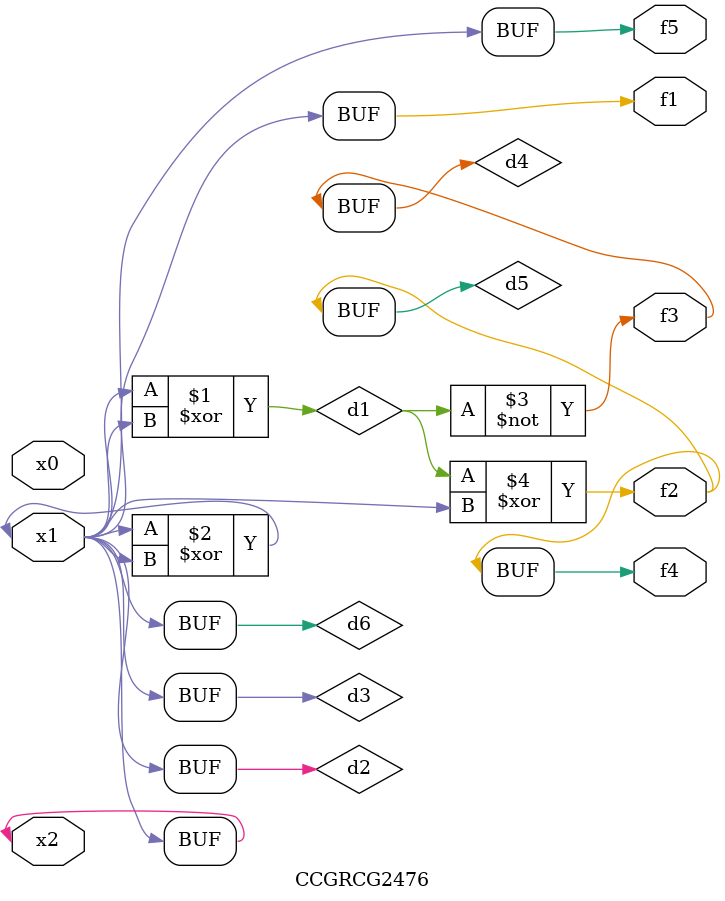
<source format=v>
module CCGRCG2476(
	input x0, x1, x2,
	output f1, f2, f3, f4, f5
);

	wire d1, d2, d3, d4, d5, d6;

	xor (d1, x1, x2);
	buf (d2, x1, x2);
	xor (d3, x1, x2);
	nor (d4, d1);
	xor (d5, d1, d2);
	buf (d6, d2, d3);
	assign f1 = d6;
	assign f2 = d5;
	assign f3 = d4;
	assign f4 = d5;
	assign f5 = d6;
endmodule

</source>
